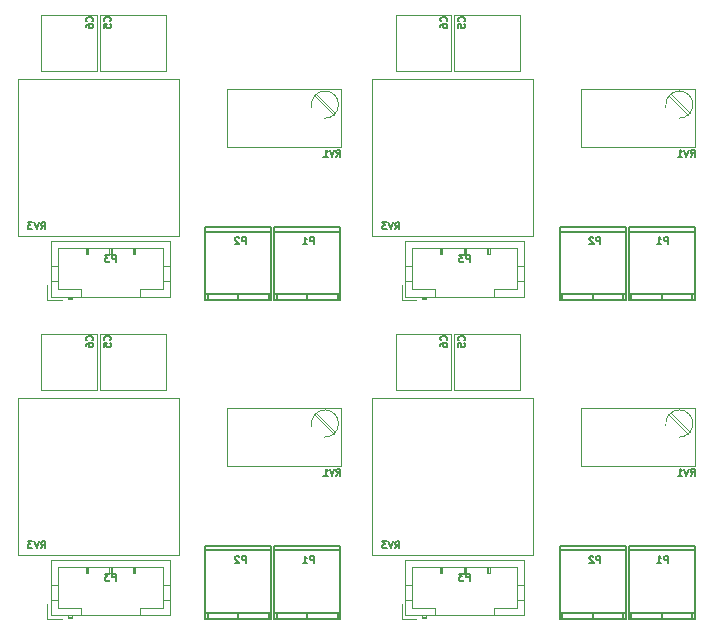
<source format=gbo>
%MOIN*%
%OFA0B0*%
%FSLAX46Y46*%
%IPPOS*%
%LPD*%
%ADD10C,0.0039370078740157488*%
%ADD11C,0.0047244094488188976*%
%ADD12C,0.005905511811023622*%
%ADD23C,0.0039370078740157488*%
%ADD24C,0.0047244094488188976*%
%ADD25C,0.005905511811023622*%
%ADD36C,0.0039370078740157488*%
%ADD37C,0.0047244094488188976*%
%ADD38C,0.005905511811023622*%
%ADD49C,0.0039370078740157488*%
%ADD50C,0.0047244094488188976*%
%ADD51C,0.005905511811023622*%
%LPD*%
G01*
D10*
D11*
X0000541732Y0000757874D02*
X0000005511Y0000757874D01*
X0000541732Y0000233858D02*
X0000005511Y0000233858D01*
X0000541732Y0000757874D02*
X0000541732Y0000233858D01*
X0000005511Y0000757874D02*
X0000005511Y0000233858D01*
X0000116141Y0000031496D02*
X0000116141Y0000216535D01*
X0000116141Y0000216535D02*
X0000513779Y0000216535D01*
X0000513779Y0000216535D02*
X0000513779Y0000031496D01*
X0000513779Y0000031496D02*
X0000116141Y0000031496D01*
X0000216535Y0000031496D02*
X0000216535Y0000055117D01*
X0000216535Y0000055117D02*
X0000139763Y0000055117D01*
X0000139763Y0000055117D02*
X0000139763Y0000192913D01*
X0000139763Y0000192913D02*
X0000490156Y0000192913D01*
X0000490156Y0000192913D02*
X0000490156Y0000055117D01*
X0000490156Y0000055117D02*
X0000413385Y0000055117D01*
X0000413385Y0000055117D02*
X0000413385Y0000031496D01*
X0000116141Y0000082677D02*
X0000139763Y0000082677D01*
X0000116141Y0000133858D02*
X0000139763Y0000133858D01*
X0000513779Y0000082677D02*
X0000490156Y0000082677D01*
X0000513779Y0000133858D02*
X0000490156Y0000133858D01*
X0000185038Y0000031496D02*
X0000185038Y0000023622D01*
X0000185038Y0000023622D02*
X0000173228Y0000023622D01*
X0000173228Y0000023622D02*
X0000173228Y0000031496D01*
X0000185038Y0000027558D02*
X0000173228Y0000027558D01*
X0000232283Y0000192913D02*
X0000232283Y0000173228D01*
X0000232283Y0000173228D02*
X0000240157Y0000173228D01*
X0000240157Y0000173228D02*
X0000240157Y0000192913D01*
X0000236220Y0000192913D02*
X0000236220Y0000173228D01*
X0000311023Y0000192913D02*
X0000311023Y0000173228D01*
X0000311023Y0000173228D02*
X0000318897Y0000173228D01*
X0000318897Y0000173228D02*
X0000318897Y0000192913D01*
X0000314960Y0000192913D02*
X0000314960Y0000173228D01*
X0000389763Y0000192913D02*
X0000389763Y0000173228D01*
X0000389763Y0000173228D02*
X0000397637Y0000173228D01*
X0000397637Y0000173228D02*
X0000397637Y0000192913D01*
X0000393700Y0000192913D02*
X0000393700Y0000173228D01*
X0000153543Y0000019685D02*
X0000104330Y0000019685D01*
X0000104330Y0000019685D02*
X0000104330Y0000068897D01*
D12*
X0000861059Y0000039332D02*
X0001081459Y0000039332D01*
X0001073659Y0000019732D02*
X0001073659Y0000039332D01*
X0000868859Y0000039332D02*
X0000868859Y0000019732D01*
X0000971258Y0000019732D02*
X0000971258Y0000039332D01*
X0001081459Y0000248031D02*
X0000861059Y0000248031D01*
X0001081459Y0000019732D02*
X0000861059Y0000019732D01*
X0000861059Y0000019732D02*
X0000861059Y0000263732D01*
X0000861059Y0000263732D02*
X0001081459Y0000263732D01*
X0001081459Y0000263732D02*
X0001081459Y0000019732D01*
X0000631138Y0000039332D02*
X0000851538Y0000039332D01*
X0000843738Y0000019732D02*
X0000843738Y0000039332D01*
X0000638938Y0000039332D02*
X0000638938Y0000019732D01*
X0000741338Y0000019732D02*
X0000741338Y0000039332D01*
X0000851538Y0000248031D02*
X0000631138Y0000248031D01*
X0000851538Y0000019732D02*
X0000631138Y0000019732D01*
X0000631138Y0000019732D02*
X0000631138Y0000263732D01*
X0000631138Y0000263732D02*
X0000851538Y0000263732D01*
X0000851538Y0000263732D02*
X0000851538Y0000019732D01*
D11*
X0000084251Y0000968897D02*
X0000084251Y0000783070D01*
X0000270078Y0000968897D02*
X0000270078Y0000783070D01*
X0000084251Y0000968897D02*
X0000270078Y0000968897D01*
X0000084251Y0000783070D02*
X0000270078Y0000783070D01*
X0000279133Y0000968897D02*
X0000279133Y0000783070D01*
X0000500393Y0000968897D02*
X0000500393Y0000783070D01*
X0000279133Y0000968897D02*
X0000500393Y0000968897D01*
X0000279133Y0000783070D02*
X0000500393Y0000783070D01*
X0001028137Y0000625815D02*
G75*
G03X0001029724Y0000716732I0000001586J0000045444D01*
G01*
X0001030516Y0000716694D02*
G75*
G03X0000985275Y0000661811I-0000000792J-0000045435D01*
G01*
X0000702165Y0000528740D02*
X0001082086Y0000528740D01*
X0000702165Y0000723661D02*
X0001082086Y0000723661D01*
X0000702165Y0000528740D02*
X0000702165Y0000723661D01*
X0001082086Y0000528740D02*
X0001082086Y0000723661D01*
X0001064212Y0000642362D02*
X0001000787Y0000705748D01*
X0001058700Y0000636810D02*
X0000995236Y0000700196D01*
D12*
X0000082958Y0000255060D02*
X0000090832Y0000266310D01*
X0000096455Y0000255060D02*
X0000096455Y0000278683D01*
X0000087457Y0000278683D01*
X0000085207Y0000277559D01*
X0000084083Y0000276434D01*
X0000082958Y0000274184D01*
X0000082958Y0000270809D01*
X0000084083Y0000268560D01*
X0000085207Y0000267435D01*
X0000087457Y0000266310D01*
X0000096455Y0000266310D01*
X0000076209Y0000278683D02*
X0000068335Y0000255060D01*
X0000060461Y0000278683D01*
X0000054836Y0000278683D02*
X0000040213Y0000278683D01*
X0000048086Y0000269685D01*
X0000044713Y0000269685D01*
X0000042462Y0000268560D01*
X0000041337Y0000267435D01*
X0000040213Y0000265185D01*
X0000040213Y0000259561D01*
X0000041337Y0000257311D01*
X0000042462Y0000256186D01*
X0000044713Y0000255060D01*
X0000051462Y0000255060D01*
X0000053711Y0000256186D01*
X0000054836Y0000257311D01*
X0000332395Y0000146794D02*
X0000332395Y0000170415D01*
X0000323397Y0000170415D01*
X0000321147Y0000169291D01*
X0000320022Y0000168166D01*
X0000318897Y0000165916D01*
X0000318897Y0000162542D01*
X0000320022Y0000160292D01*
X0000321147Y0000159167D01*
X0000323397Y0000158042D01*
X0000332395Y0000158042D01*
X0000311023Y0000170415D02*
X0000296400Y0000170415D01*
X0000304274Y0000161417D01*
X0000300899Y0000161417D01*
X0000298650Y0000160292D01*
X0000297525Y0000159167D01*
X0000296400Y0000156917D01*
X0000296400Y0000151293D01*
X0000297525Y0000149043D01*
X0000298650Y0000147918D01*
X0000300899Y0000146794D01*
X0000307649Y0000146794D01*
X0000309898Y0000147918D01*
X0000311023Y0000149043D01*
X0000991844Y0000205848D02*
X0000991844Y0000229471D01*
X0000982845Y0000229471D01*
X0000980596Y0000228346D01*
X0000979471Y0000227221D01*
X0000978346Y0000224971D01*
X0000978346Y0000221597D01*
X0000979471Y0000219347D01*
X0000980596Y0000218221D01*
X0000982845Y0000217097D01*
X0000991844Y0000217097D01*
X0000955848Y0000205848D02*
X0000969347Y0000205848D01*
X0000962598Y0000205848D02*
X0000962598Y0000229471D01*
X0000964848Y0000226096D01*
X0000967097Y0000223847D01*
X0000969347Y0000222721D01*
X0000765466Y0000205848D02*
X0000765466Y0000229471D01*
X0000756467Y0000229471D01*
X0000754218Y0000228346D01*
X0000753092Y0000227221D01*
X0000751968Y0000224971D01*
X0000751968Y0000221597D01*
X0000753092Y0000219347D01*
X0000754218Y0000218221D01*
X0000756467Y0000217097D01*
X0000765466Y0000217097D01*
X0000742969Y0000227221D02*
X0000741844Y0000228346D01*
X0000739595Y0000229471D01*
X0000733969Y0000229471D01*
X0000731720Y0000228346D01*
X0000730596Y0000227221D01*
X0000729471Y0000224971D01*
X0000729471Y0000222721D01*
X0000730596Y0000219347D01*
X0000744094Y0000205848D01*
X0000729471Y0000205848D01*
X0000254498Y0000948818D02*
X0000255624Y0000949943D01*
X0000256749Y0000953318D01*
X0000256749Y0000955568D01*
X0000255624Y0000958941D01*
X0000253374Y0000961192D01*
X0000251124Y0000962317D01*
X0000246625Y0000963442D01*
X0000243250Y0000963442D01*
X0000238751Y0000962317D01*
X0000236501Y0000961192D01*
X0000234251Y0000958941D01*
X0000233127Y0000955568D01*
X0000233127Y0000953318D01*
X0000234251Y0000949943D01*
X0000235376Y0000948818D01*
X0000233127Y0000928571D02*
X0000233127Y0000933070D01*
X0000234251Y0000935319D01*
X0000235376Y0000936445D01*
X0000238751Y0000938695D01*
X0000243250Y0000939818D01*
X0000252249Y0000939818D01*
X0000254498Y0000938695D01*
X0000255624Y0000937570D01*
X0000256749Y0000935319D01*
X0000256749Y0000930821D01*
X0000255624Y0000928571D01*
X0000254498Y0000927446D01*
X0000252249Y0000926321D01*
X0000246625Y0000926321D01*
X0000244375Y0000927446D01*
X0000243250Y0000928571D01*
X0000242125Y0000930821D01*
X0000242125Y0000935319D01*
X0000243250Y0000937570D01*
X0000244375Y0000938695D01*
X0000246625Y0000939818D01*
X0000313554Y0000948818D02*
X0000314679Y0000949943D01*
X0000315804Y0000953318D01*
X0000315804Y0000955568D01*
X0000314679Y0000958941D01*
X0000312429Y0000961192D01*
X0000310179Y0000962317D01*
X0000305680Y0000963442D01*
X0000302305Y0000963442D01*
X0000297806Y0000962317D01*
X0000295556Y0000961192D01*
X0000293307Y0000958941D01*
X0000292182Y0000955568D01*
X0000292182Y0000953318D01*
X0000293307Y0000949943D01*
X0000294431Y0000948818D01*
X0000292182Y0000927446D02*
X0000292182Y0000938695D01*
X0000303430Y0000939818D01*
X0000302305Y0000938695D01*
X0000301181Y0000936445D01*
X0000301181Y0000930821D01*
X0000302305Y0000928571D01*
X0000303430Y0000927446D01*
X0000305680Y0000926321D01*
X0000311304Y0000926321D01*
X0000313554Y0000927446D01*
X0000314679Y0000928571D01*
X0000315804Y0000930821D01*
X0000315804Y0000936445D01*
X0000314679Y0000938695D01*
X0000313554Y0000939818D01*
X0001067604Y0000497186D02*
X0001075478Y0000508436D01*
X0001081102Y0000497186D02*
X0001081102Y0000520808D01*
X0001072103Y0000520808D01*
X0001069853Y0000519684D01*
X0001068728Y0000518560D01*
X0001067604Y0000516310D01*
X0001067604Y0000512935D01*
X0001068728Y0000510686D01*
X0001069853Y0000509561D01*
X0001072103Y0000508436D01*
X0001081102Y0000508436D01*
X0001060854Y0000520808D02*
X0001052980Y0000497186D01*
X0001045106Y0000520808D01*
X0001024859Y0000497186D02*
X0001038357Y0000497186D01*
X0001031608Y0000497186D02*
X0001031608Y0000520808D01*
X0001033858Y0000517435D01*
X0001036106Y0000515185D01*
X0001038357Y0000514059D01*
G01*
D23*
D24*
X0000541732Y0001820866D02*
X0000005511Y0001820866D01*
X0000541732Y0001296850D02*
X0000005511Y0001296850D01*
X0000541732Y0001820866D02*
X0000541732Y0001296850D01*
X0000005511Y0001820866D02*
X0000005511Y0001296850D01*
X0000116141Y0001094488D02*
X0000116141Y0001279527D01*
X0000116141Y0001279527D02*
X0000513779Y0001279527D01*
X0000513779Y0001279527D02*
X0000513779Y0001094488D01*
X0000513779Y0001094488D02*
X0000116141Y0001094488D01*
X0000216535Y0001094488D02*
X0000216535Y0001118110D01*
X0000216535Y0001118110D02*
X0000139763Y0001118110D01*
X0000139763Y0001118110D02*
X0000139763Y0001255905D01*
X0000139763Y0001255905D02*
X0000490156Y0001255905D01*
X0000490156Y0001255905D02*
X0000490156Y0001118110D01*
X0000490156Y0001118110D02*
X0000413385Y0001118110D01*
X0000413385Y0001118110D02*
X0000413385Y0001094488D01*
X0000116141Y0001145669D02*
X0000139763Y0001145669D01*
X0000116141Y0001196850D02*
X0000139763Y0001196850D01*
X0000513779Y0001145669D02*
X0000490156Y0001145669D01*
X0000513779Y0001196850D02*
X0000490156Y0001196850D01*
X0000185038Y0001094488D02*
X0000185038Y0001086614D01*
X0000185038Y0001086614D02*
X0000173228Y0001086614D01*
X0000173228Y0001086614D02*
X0000173228Y0001094488D01*
X0000185038Y0001090551D02*
X0000173228Y0001090551D01*
X0000232283Y0001255905D02*
X0000232283Y0001236220D01*
X0000232283Y0001236220D02*
X0000240157Y0001236220D01*
X0000240157Y0001236220D02*
X0000240157Y0001255905D01*
X0000236220Y0001255905D02*
X0000236220Y0001236220D01*
X0000311023Y0001255905D02*
X0000311023Y0001236220D01*
X0000311023Y0001236220D02*
X0000318897Y0001236220D01*
X0000318897Y0001236220D02*
X0000318897Y0001255905D01*
X0000314960Y0001255905D02*
X0000314960Y0001236220D01*
X0000389763Y0001255905D02*
X0000389763Y0001236220D01*
X0000389763Y0001236220D02*
X0000397637Y0001236220D01*
X0000397637Y0001236220D02*
X0000397637Y0001255905D01*
X0000393700Y0001255905D02*
X0000393700Y0001236220D01*
X0000153543Y0001082677D02*
X0000104330Y0001082677D01*
X0000104330Y0001082677D02*
X0000104330Y0001131889D01*
D25*
X0000861059Y0001102324D02*
X0001081459Y0001102324D01*
X0001073659Y0001082724D02*
X0001073659Y0001102324D01*
X0000868859Y0001102324D02*
X0000868859Y0001082724D01*
X0000971258Y0001082724D02*
X0000971258Y0001102324D01*
X0001081459Y0001311024D02*
X0000861059Y0001311024D01*
X0001081459Y0001082724D02*
X0000861059Y0001082724D01*
X0000861059Y0001082724D02*
X0000861059Y0001326724D01*
X0000861059Y0001326724D02*
X0001081459Y0001326724D01*
X0001081459Y0001326724D02*
X0001081459Y0001082724D01*
X0000631138Y0001102324D02*
X0000851538Y0001102324D01*
X0000843738Y0001082724D02*
X0000843738Y0001102324D01*
X0000638938Y0001102324D02*
X0000638938Y0001082724D01*
X0000741338Y0001082724D02*
X0000741338Y0001102324D01*
X0000851538Y0001311024D02*
X0000631138Y0001311024D01*
X0000851538Y0001082724D02*
X0000631138Y0001082724D01*
X0000631138Y0001082724D02*
X0000631138Y0001326724D01*
X0000631138Y0001326724D02*
X0000851538Y0001326724D01*
X0000851538Y0001326724D02*
X0000851538Y0001082724D01*
D24*
X0000084251Y0002031889D02*
X0000084251Y0001846062D01*
X0000270078Y0002031889D02*
X0000270078Y0001846062D01*
X0000084251Y0002031889D02*
X0000270078Y0002031889D01*
X0000084251Y0001846062D02*
X0000270078Y0001846062D01*
X0000279133Y0002031889D02*
X0000279133Y0001846062D01*
X0000500393Y0002031889D02*
X0000500393Y0001846062D01*
X0000279133Y0002031889D02*
X0000500393Y0002031889D01*
X0000279133Y0001846062D02*
X0000500393Y0001846062D01*
X0001028137Y0001688807D02*
G75*
G03X0001029724Y0001779724I0000001586J0000045444D01*
G01*
X0001030516Y0001779687D02*
G75*
G03X0000985275Y0001724803I-0000000792J-0000045435D01*
G01*
X0000702165Y0001591732D02*
X0001082086Y0001591732D01*
X0000702165Y0001786652D02*
X0001082086Y0001786652D01*
X0000702165Y0001591732D02*
X0000702165Y0001786652D01*
X0001082086Y0001591732D02*
X0001082086Y0001786652D01*
X0001064212Y0001705354D02*
X0001000787Y0001768740D01*
X0001058700Y0001699803D02*
X0000995236Y0001763188D01*
D25*
X0000082958Y0001318053D02*
X0000090832Y0001329302D01*
X0000096455Y0001318053D02*
X0000096455Y0001341676D01*
X0000087457Y0001341676D01*
X0000085207Y0001340551D01*
X0000084083Y0001339426D01*
X0000082958Y0001337176D01*
X0000082958Y0001333801D01*
X0000084083Y0001331552D01*
X0000085207Y0001330427D01*
X0000087457Y0001329302D01*
X0000096455Y0001329302D01*
X0000076209Y0001341676D02*
X0000068335Y0001318053D01*
X0000060461Y0001341676D01*
X0000054836Y0001341676D02*
X0000040213Y0001341676D01*
X0000048086Y0001332677D01*
X0000044713Y0001332677D01*
X0000042462Y0001331552D01*
X0000041337Y0001330427D01*
X0000040213Y0001328177D01*
X0000040213Y0001322553D01*
X0000041337Y0001320303D01*
X0000042462Y0001319178D01*
X0000044713Y0001318053D01*
X0000051462Y0001318053D01*
X0000053711Y0001319178D01*
X0000054836Y0001320303D01*
X0000332395Y0001209786D02*
X0000332395Y0001233408D01*
X0000323397Y0001233408D01*
X0000321147Y0001232283D01*
X0000320022Y0001231158D01*
X0000318897Y0001228908D01*
X0000318897Y0001225534D01*
X0000320022Y0001223284D01*
X0000321147Y0001222159D01*
X0000323397Y0001221034D01*
X0000332395Y0001221034D01*
X0000311023Y0001233408D02*
X0000296400Y0001233408D01*
X0000304274Y0001224409D01*
X0000300899Y0001224409D01*
X0000298650Y0001223284D01*
X0000297525Y0001222159D01*
X0000296400Y0001219910D01*
X0000296400Y0001214285D01*
X0000297525Y0001212035D01*
X0000298650Y0001210911D01*
X0000300899Y0001209786D01*
X0000307649Y0001209786D01*
X0000309898Y0001210911D01*
X0000311023Y0001212035D01*
X0000991844Y0001268841D02*
X0000991844Y0001292463D01*
X0000982845Y0001292463D01*
X0000980596Y0001291338D01*
X0000979471Y0001290213D01*
X0000978346Y0001287964D01*
X0000978346Y0001284589D01*
X0000979471Y0001282339D01*
X0000980596Y0001281214D01*
X0000982845Y0001280090D01*
X0000991844Y0001280090D01*
X0000955848Y0001268841D02*
X0000969347Y0001268841D01*
X0000962598Y0001268841D02*
X0000962598Y0001292463D01*
X0000964848Y0001289088D01*
X0000967097Y0001286839D01*
X0000969347Y0001285714D01*
X0000765466Y0001268841D02*
X0000765466Y0001292463D01*
X0000756467Y0001292463D01*
X0000754218Y0001291338D01*
X0000753092Y0001290213D01*
X0000751968Y0001287964D01*
X0000751968Y0001284589D01*
X0000753092Y0001282339D01*
X0000754218Y0001281214D01*
X0000756467Y0001280090D01*
X0000765466Y0001280090D01*
X0000742969Y0001290213D02*
X0000741844Y0001291338D01*
X0000739595Y0001292463D01*
X0000733969Y0001292463D01*
X0000731720Y0001291338D01*
X0000730596Y0001290213D01*
X0000729471Y0001287964D01*
X0000729471Y0001285714D01*
X0000730596Y0001282339D01*
X0000744094Y0001268841D01*
X0000729471Y0001268841D01*
X0000254498Y0002011810D02*
X0000255624Y0002012935D01*
X0000256749Y0002016309D01*
X0000256749Y0002018560D01*
X0000255624Y0002021934D01*
X0000253374Y0002024184D01*
X0000251124Y0002025309D01*
X0000246625Y0002026434D01*
X0000243250Y0002026434D01*
X0000238751Y0002025309D01*
X0000236501Y0002024184D01*
X0000234251Y0002021934D01*
X0000233127Y0002018560D01*
X0000233127Y0002016309D01*
X0000234251Y0002012935D01*
X0000235376Y0002011810D01*
X0000233127Y0001991563D02*
X0000233127Y0001996062D01*
X0000234251Y0001998312D01*
X0000235376Y0001999437D01*
X0000238751Y0002001687D01*
X0000243250Y0002002812D01*
X0000252249Y0002002812D01*
X0000254498Y0002001687D01*
X0000255624Y0002000562D01*
X0000256749Y0001998312D01*
X0000256749Y0001993813D01*
X0000255624Y0001991563D01*
X0000254498Y0001990438D01*
X0000252249Y0001989313D01*
X0000246625Y0001989313D01*
X0000244375Y0001990438D01*
X0000243250Y0001991563D01*
X0000242125Y0001993813D01*
X0000242125Y0001998312D01*
X0000243250Y0002000562D01*
X0000244375Y0002001687D01*
X0000246625Y0002002812D01*
X0000313554Y0002011810D02*
X0000314679Y0002012935D01*
X0000315804Y0002016309D01*
X0000315804Y0002018560D01*
X0000314679Y0002021934D01*
X0000312429Y0002024184D01*
X0000310179Y0002025309D01*
X0000305680Y0002026434D01*
X0000302305Y0002026434D01*
X0000297806Y0002025309D01*
X0000295556Y0002024184D01*
X0000293307Y0002021934D01*
X0000292182Y0002018560D01*
X0000292182Y0002016309D01*
X0000293307Y0002012935D01*
X0000294431Y0002011810D01*
X0000292182Y0001990438D02*
X0000292182Y0002001687D01*
X0000303430Y0002002812D01*
X0000302305Y0002001687D01*
X0000301181Y0001999437D01*
X0000301181Y0001993813D01*
X0000302305Y0001991563D01*
X0000303430Y0001990438D01*
X0000305680Y0001989313D01*
X0000311304Y0001989313D01*
X0000313554Y0001990438D01*
X0000314679Y0001991563D01*
X0000315804Y0001993813D01*
X0000315804Y0001999437D01*
X0000314679Y0002001687D01*
X0000313554Y0002002812D01*
X0001067604Y0001560179D02*
X0001075478Y0001571428D01*
X0001081102Y0001560179D02*
X0001081102Y0001583801D01*
X0001072103Y0001583801D01*
X0001069853Y0001582677D01*
X0001068728Y0001581552D01*
X0001067604Y0001579302D01*
X0001067604Y0001575926D01*
X0001068728Y0001573678D01*
X0001069853Y0001572553D01*
X0001072103Y0001571428D01*
X0001081102Y0001571428D01*
X0001060854Y0001583801D02*
X0001052980Y0001560179D01*
X0001045106Y0001583801D01*
X0001024859Y0001560179D02*
X0001038357Y0001560179D01*
X0001031608Y0001560179D02*
X0001031608Y0001583801D01*
X0001033858Y0001580427D01*
X0001036106Y0001578177D01*
X0001038357Y0001577052D01*
G04 next file*
%LPD*%
G01*
D36*
D37*
X0001722834Y0000757874D02*
X0001186614Y0000757874D01*
X0001722834Y0000233858D02*
X0001186614Y0000233858D01*
X0001722834Y0000757874D02*
X0001722834Y0000233858D01*
X0001186614Y0000757874D02*
X0001186614Y0000233858D01*
X0001297244Y0000031496D02*
X0001297244Y0000216535D01*
X0001297244Y0000216535D02*
X0001694881Y0000216535D01*
X0001694881Y0000216535D02*
X0001694881Y0000031496D01*
X0001694881Y0000031496D02*
X0001297244Y0000031496D01*
X0001397637Y0000031496D02*
X0001397637Y0000055117D01*
X0001397637Y0000055117D02*
X0001320865Y0000055117D01*
X0001320865Y0000055117D02*
X0001320865Y0000192913D01*
X0001320865Y0000192913D02*
X0001671259Y0000192913D01*
X0001671259Y0000192913D02*
X0001671259Y0000055117D01*
X0001671259Y0000055117D02*
X0001594488Y0000055117D01*
X0001594488Y0000055117D02*
X0001594488Y0000031496D01*
X0001297244Y0000082677D02*
X0001320865Y0000082677D01*
X0001297244Y0000133858D02*
X0001320865Y0000133858D01*
X0001694881Y0000082677D02*
X0001671259Y0000082677D01*
X0001694881Y0000133858D02*
X0001671259Y0000133858D01*
X0001366141Y0000031496D02*
X0001366141Y0000023622D01*
X0001366141Y0000023622D02*
X0001354330Y0000023622D01*
X0001354330Y0000023622D02*
X0001354330Y0000031496D01*
X0001366141Y0000027558D02*
X0001354330Y0000027558D01*
X0001413385Y0000192913D02*
X0001413385Y0000173228D01*
X0001413385Y0000173228D02*
X0001421259Y0000173228D01*
X0001421259Y0000173228D02*
X0001421259Y0000192913D01*
X0001417321Y0000192913D02*
X0001417321Y0000173228D01*
X0001492125Y0000192913D02*
X0001492125Y0000173228D01*
X0001492125Y0000173228D02*
X0001499999Y0000173228D01*
X0001499999Y0000173228D02*
X0001499999Y0000192913D01*
X0001496062Y0000192913D02*
X0001496062Y0000173228D01*
X0001570866Y0000192913D02*
X0001570866Y0000173228D01*
X0001570866Y0000173228D02*
X0001578740Y0000173228D01*
X0001578740Y0000173228D02*
X0001578740Y0000192913D01*
X0001574803Y0000192913D02*
X0001574803Y0000173228D01*
X0001334645Y0000019685D02*
X0001285433Y0000019685D01*
X0001285433Y0000019685D02*
X0001285433Y0000068897D01*
D38*
X0002042161Y0000039332D02*
X0002262562Y0000039332D01*
X0002254762Y0000019732D02*
X0002254762Y0000039332D01*
X0002049961Y0000039332D02*
X0002049961Y0000019732D01*
X0002152362Y0000019732D02*
X0002152362Y0000039332D01*
X0002262562Y0000248031D02*
X0002042161Y0000248031D01*
X0002262562Y0000019732D02*
X0002042161Y0000019732D01*
X0002042161Y0000019732D02*
X0002042161Y0000263732D01*
X0002042161Y0000263732D02*
X0002262562Y0000263732D01*
X0002262562Y0000263732D02*
X0002262562Y0000019732D01*
X0001812240Y0000039332D02*
X0002032639Y0000039332D01*
X0002024840Y0000019732D02*
X0002024840Y0000039332D01*
X0001820040Y0000039332D02*
X0001820040Y0000019732D01*
X0001922440Y0000019732D02*
X0001922440Y0000039332D01*
X0002032639Y0000248031D02*
X0001812240Y0000248031D01*
X0002032639Y0000019732D02*
X0001812240Y0000019732D01*
X0001812240Y0000019732D02*
X0001812240Y0000263732D01*
X0001812240Y0000263732D02*
X0002032639Y0000263732D01*
X0002032639Y0000263732D02*
X0002032639Y0000019732D01*
D37*
X0001265354Y0000968897D02*
X0001265354Y0000783070D01*
X0001451181Y0000968897D02*
X0001451181Y0000783070D01*
X0001265354Y0000968897D02*
X0001451181Y0000968897D01*
X0001265354Y0000783070D02*
X0001451181Y0000783070D01*
X0001460236Y0000968897D02*
X0001460236Y0000783070D01*
X0001681496Y0000968897D02*
X0001681496Y0000783070D01*
X0001460236Y0000968897D02*
X0001681496Y0000968897D01*
X0001460236Y0000783070D02*
X0001681496Y0000783070D01*
X0002209239Y0000625815D02*
G75*
G03X0002210826Y0000716732I0000001586J0000045444D01*
G01*
X0002211618Y0000716694D02*
G75*
G03X0002166377Y0000661811I-0000000792J-0000045435D01*
G01*
X0001883267Y0000528740D02*
X0002263188Y0000528740D01*
X0001883267Y0000723661D02*
X0002263188Y0000723661D01*
X0001883267Y0000528740D02*
X0001883267Y0000723661D01*
X0002263188Y0000528740D02*
X0002263188Y0000723661D01*
X0002245314Y0000642362D02*
X0002181889Y0000705748D01*
X0002239803Y0000636810D02*
X0002176338Y0000700196D01*
D38*
X0001264060Y0000255060D02*
X0001271934Y0000266310D01*
X0001277559Y0000255060D02*
X0001277559Y0000278683D01*
X0001268560Y0000278683D01*
X0001266310Y0000277559D01*
X0001265184Y0000276434D01*
X0001264060Y0000274184D01*
X0001264060Y0000270809D01*
X0001265184Y0000268560D01*
X0001266310Y0000267435D01*
X0001268560Y0000266310D01*
X0001277559Y0000266310D01*
X0001257311Y0000278683D02*
X0001249437Y0000255060D01*
X0001241563Y0000278683D01*
X0001235939Y0000278683D02*
X0001221316Y0000278683D01*
X0001229190Y0000269685D01*
X0001225815Y0000269685D01*
X0001223565Y0000268560D01*
X0001222440Y0000267435D01*
X0001221316Y0000265185D01*
X0001221316Y0000259561D01*
X0001222440Y0000257311D01*
X0001223565Y0000256186D01*
X0001225815Y0000255060D01*
X0001232564Y0000255060D01*
X0001234814Y0000256186D01*
X0001235939Y0000257311D01*
X0001513498Y0000146794D02*
X0001513498Y0000170415D01*
X0001504499Y0000170415D01*
X0001502249Y0000169291D01*
X0001501123Y0000168166D01*
X0001499999Y0000165916D01*
X0001499999Y0000162542D01*
X0001501123Y0000160292D01*
X0001502249Y0000159167D01*
X0001504499Y0000158042D01*
X0001513498Y0000158042D01*
X0001492125Y0000170415D02*
X0001477502Y0000170415D01*
X0001485376Y0000161417D01*
X0001482002Y0000161417D01*
X0001479752Y0000160292D01*
X0001478627Y0000159167D01*
X0001477502Y0000156917D01*
X0001477502Y0000151293D01*
X0001478627Y0000149043D01*
X0001479752Y0000147918D01*
X0001482002Y0000146794D01*
X0001488751Y0000146794D01*
X0001491001Y0000147918D01*
X0001492125Y0000149043D01*
X0002172947Y0000205848D02*
X0002172947Y0000229471D01*
X0002163948Y0000229471D01*
X0002161698Y0000228346D01*
X0002160573Y0000227221D01*
X0002159448Y0000224971D01*
X0002159448Y0000221597D01*
X0002160573Y0000219347D01*
X0002161698Y0000218221D01*
X0002163948Y0000217097D01*
X0002172947Y0000217097D01*
X0002136951Y0000205848D02*
X0002150449Y0000205848D01*
X0002143700Y0000205848D02*
X0002143700Y0000229471D01*
X0002145950Y0000226096D01*
X0002148200Y0000223847D01*
X0002150449Y0000222721D01*
X0001946569Y0000205848D02*
X0001946569Y0000229471D01*
X0001937570Y0000229471D01*
X0001935320Y0000228346D01*
X0001934195Y0000227221D01*
X0001933070Y0000224971D01*
X0001933070Y0000221597D01*
X0001934195Y0000219347D01*
X0001935320Y0000218221D01*
X0001937570Y0000217097D01*
X0001946569Y0000217097D01*
X0001924071Y0000227221D02*
X0001922946Y0000228346D01*
X0001920697Y0000229471D01*
X0001915072Y0000229471D01*
X0001912823Y0000228346D01*
X0001911697Y0000227221D01*
X0001910573Y0000224971D01*
X0001910573Y0000222721D01*
X0001911697Y0000219347D01*
X0001925196Y0000205848D01*
X0001910573Y0000205848D01*
X0001435601Y0000948818D02*
X0001436726Y0000949943D01*
X0001437851Y0000953318D01*
X0001437851Y0000955568D01*
X0001436726Y0000958941D01*
X0001434476Y0000961192D01*
X0001432227Y0000962317D01*
X0001427727Y0000963442D01*
X0001424353Y0000963442D01*
X0001419853Y0000962317D01*
X0001417603Y0000961192D01*
X0001415354Y0000958941D01*
X0001414228Y0000955568D01*
X0001414228Y0000953318D01*
X0001415354Y0000949943D01*
X0001416479Y0000948818D01*
X0001414228Y0000928571D02*
X0001414228Y0000933070D01*
X0001415354Y0000935319D01*
X0001416479Y0000936445D01*
X0001419853Y0000938695D01*
X0001424353Y0000939818D01*
X0001433351Y0000939818D01*
X0001435601Y0000938695D01*
X0001436726Y0000937570D01*
X0001437851Y0000935319D01*
X0001437851Y0000930821D01*
X0001436726Y0000928571D01*
X0001435601Y0000927446D01*
X0001433351Y0000926321D01*
X0001427727Y0000926321D01*
X0001425477Y0000927446D01*
X0001424353Y0000928571D01*
X0001423228Y0000930821D01*
X0001423228Y0000935319D01*
X0001424353Y0000937570D01*
X0001425477Y0000938695D01*
X0001427727Y0000939818D01*
X0001494656Y0000948818D02*
X0001495781Y0000949943D01*
X0001496906Y0000953318D01*
X0001496906Y0000955568D01*
X0001495781Y0000958941D01*
X0001493532Y0000961192D01*
X0001491282Y0000962317D01*
X0001486782Y0000963442D01*
X0001483408Y0000963442D01*
X0001478907Y0000962317D01*
X0001476659Y0000961192D01*
X0001474409Y0000958941D01*
X0001473284Y0000955568D01*
X0001473284Y0000953318D01*
X0001474409Y0000949943D01*
X0001475534Y0000948818D01*
X0001473284Y0000927446D02*
X0001473284Y0000938695D01*
X0001484533Y0000939818D01*
X0001483408Y0000938695D01*
X0001482283Y0000936445D01*
X0001482283Y0000930821D01*
X0001483408Y0000928571D01*
X0001484533Y0000927446D01*
X0001486782Y0000926321D01*
X0001492407Y0000926321D01*
X0001494656Y0000927446D01*
X0001495781Y0000928571D01*
X0001496906Y0000930821D01*
X0001496906Y0000936445D01*
X0001495781Y0000938695D01*
X0001494656Y0000939818D01*
X0002248706Y0000497186D02*
X0002256580Y0000508436D01*
X0002262204Y0000497186D02*
X0002262204Y0000520808D01*
X0002253205Y0000520808D01*
X0002250956Y0000519684D01*
X0002249831Y0000518560D01*
X0002248706Y0000516310D01*
X0002248706Y0000512935D01*
X0002249831Y0000510686D01*
X0002250956Y0000509561D01*
X0002253205Y0000508436D01*
X0002262204Y0000508436D01*
X0002241957Y0000520808D02*
X0002234083Y0000497186D01*
X0002226209Y0000520808D01*
X0002205961Y0000497186D02*
X0002219460Y0000497186D01*
X0002212710Y0000497186D02*
X0002212710Y0000520808D01*
X0002214960Y0000517435D01*
X0002217210Y0000515185D01*
X0002219460Y0000514059D01*
G04 next file*
G04 #@! TF.FileFunction,Legend,Bot*
G04 Gerber Fmt 4.6, Leading zero omitted, Abs format (unit mm)*
G04 Created by KiCad (PCBNEW 4.0.4-1.fc24-product) date Mon Apr 30 14:12:17 2018*
G01*
G04 APERTURE LIST*
G04 APERTURE END LIST*
D49*
D50*
X0001722834Y0001820866D02*
X0001186614Y0001820866D01*
X0001722834Y0001296850D02*
X0001186614Y0001296850D01*
X0001722834Y0001820866D02*
X0001722834Y0001296850D01*
X0001186614Y0001820866D02*
X0001186614Y0001296850D01*
X0001297244Y0001094488D02*
X0001297244Y0001279527D01*
X0001297244Y0001279527D02*
X0001694881Y0001279527D01*
X0001694881Y0001279527D02*
X0001694881Y0001094488D01*
X0001694881Y0001094488D02*
X0001297244Y0001094488D01*
X0001397637Y0001094488D02*
X0001397637Y0001118110D01*
X0001397637Y0001118110D02*
X0001320865Y0001118110D01*
X0001320865Y0001118110D02*
X0001320865Y0001255905D01*
X0001320865Y0001255905D02*
X0001671259Y0001255905D01*
X0001671259Y0001255905D02*
X0001671259Y0001118110D01*
X0001671259Y0001118110D02*
X0001594488Y0001118110D01*
X0001594488Y0001118110D02*
X0001594488Y0001094488D01*
X0001297244Y0001145669D02*
X0001320865Y0001145669D01*
X0001297244Y0001196850D02*
X0001320865Y0001196850D01*
X0001694881Y0001145669D02*
X0001671259Y0001145669D01*
X0001694881Y0001196850D02*
X0001671259Y0001196850D01*
X0001366141Y0001094488D02*
X0001366141Y0001086614D01*
X0001366141Y0001086614D02*
X0001354330Y0001086614D01*
X0001354330Y0001086614D02*
X0001354330Y0001094488D01*
X0001366141Y0001090551D02*
X0001354330Y0001090551D01*
X0001413385Y0001255905D02*
X0001413385Y0001236220D01*
X0001413385Y0001236220D02*
X0001421259Y0001236220D01*
X0001421259Y0001236220D02*
X0001421259Y0001255905D01*
X0001417321Y0001255905D02*
X0001417321Y0001236220D01*
X0001492125Y0001255905D02*
X0001492125Y0001236220D01*
X0001492125Y0001236220D02*
X0001499999Y0001236220D01*
X0001499999Y0001236220D02*
X0001499999Y0001255905D01*
X0001496062Y0001255905D02*
X0001496062Y0001236220D01*
X0001570866Y0001255905D02*
X0001570866Y0001236220D01*
X0001570866Y0001236220D02*
X0001578740Y0001236220D01*
X0001578740Y0001236220D02*
X0001578740Y0001255905D01*
X0001574803Y0001255905D02*
X0001574803Y0001236220D01*
X0001334645Y0001082677D02*
X0001285433Y0001082677D01*
X0001285433Y0001082677D02*
X0001285433Y0001131889D01*
D51*
X0002042161Y0001102324D02*
X0002262562Y0001102324D01*
X0002254762Y0001082724D02*
X0002254762Y0001102324D01*
X0002049961Y0001102324D02*
X0002049961Y0001082724D01*
X0002152362Y0001082724D02*
X0002152362Y0001102324D01*
X0002262562Y0001311024D02*
X0002042161Y0001311024D01*
X0002262562Y0001082724D02*
X0002042161Y0001082724D01*
X0002042161Y0001082724D02*
X0002042161Y0001326724D01*
X0002042161Y0001326724D02*
X0002262562Y0001326724D01*
X0002262562Y0001326724D02*
X0002262562Y0001082724D01*
X0001812240Y0001102324D02*
X0002032639Y0001102324D01*
X0002024840Y0001082724D02*
X0002024840Y0001102324D01*
X0001820040Y0001102324D02*
X0001820040Y0001082724D01*
X0001922440Y0001082724D02*
X0001922440Y0001102324D01*
X0002032639Y0001311024D02*
X0001812240Y0001311024D01*
X0002032639Y0001082724D02*
X0001812240Y0001082724D01*
X0001812240Y0001082724D02*
X0001812240Y0001326724D01*
X0001812240Y0001326724D02*
X0002032639Y0001326724D01*
X0002032639Y0001326724D02*
X0002032639Y0001082724D01*
D50*
X0001265354Y0002031889D02*
X0001265354Y0001846062D01*
X0001451181Y0002031889D02*
X0001451181Y0001846062D01*
X0001265354Y0002031889D02*
X0001451181Y0002031889D01*
X0001265354Y0001846062D02*
X0001451181Y0001846062D01*
X0001460236Y0002031889D02*
X0001460236Y0001846062D01*
X0001681496Y0002031889D02*
X0001681496Y0001846062D01*
X0001460236Y0002031889D02*
X0001681496Y0002031889D01*
X0001460236Y0001846062D02*
X0001681496Y0001846062D01*
X0002209239Y0001688807D02*
G75*
G03X0002210826Y0001779724I0000001586J0000045444D01*
G01*
X0002211618Y0001779687D02*
G75*
G03X0002166377Y0001724803I-0000000792J-0000045435D01*
G01*
X0001883267Y0001591732D02*
X0002263188Y0001591732D01*
X0001883267Y0001786652D02*
X0002263188Y0001786652D01*
X0001883267Y0001591732D02*
X0001883267Y0001786652D01*
X0002263188Y0001591732D02*
X0002263188Y0001786652D01*
X0002245314Y0001705354D02*
X0002181889Y0001768740D01*
X0002239803Y0001699803D02*
X0002176338Y0001763188D01*
D51*
X0001264060Y0001318053D02*
X0001271934Y0001329302D01*
X0001277559Y0001318053D02*
X0001277559Y0001341676D01*
X0001268560Y0001341676D01*
X0001266310Y0001340551D01*
X0001265184Y0001339426D01*
X0001264060Y0001337176D01*
X0001264060Y0001333801D01*
X0001265184Y0001331552D01*
X0001266310Y0001330427D01*
X0001268560Y0001329302D01*
X0001277559Y0001329302D01*
X0001257311Y0001341676D02*
X0001249437Y0001318053D01*
X0001241563Y0001341676D01*
X0001235939Y0001341676D02*
X0001221316Y0001341676D01*
X0001229190Y0001332677D01*
X0001225815Y0001332677D01*
X0001223565Y0001331552D01*
X0001222440Y0001330427D01*
X0001221316Y0001328177D01*
X0001221316Y0001322553D01*
X0001222440Y0001320303D01*
X0001223565Y0001319178D01*
X0001225815Y0001318053D01*
X0001232564Y0001318053D01*
X0001234814Y0001319178D01*
X0001235939Y0001320303D01*
X0001513498Y0001209786D02*
X0001513498Y0001233408D01*
X0001504499Y0001233408D01*
X0001502249Y0001232283D01*
X0001501123Y0001231158D01*
X0001499999Y0001228908D01*
X0001499999Y0001225534D01*
X0001501123Y0001223284D01*
X0001502249Y0001222159D01*
X0001504499Y0001221034D01*
X0001513498Y0001221034D01*
X0001492125Y0001233408D02*
X0001477502Y0001233408D01*
X0001485376Y0001224409D01*
X0001482002Y0001224409D01*
X0001479752Y0001223284D01*
X0001478627Y0001222159D01*
X0001477502Y0001219910D01*
X0001477502Y0001214285D01*
X0001478627Y0001212035D01*
X0001479752Y0001210911D01*
X0001482002Y0001209786D01*
X0001488751Y0001209786D01*
X0001491001Y0001210911D01*
X0001492125Y0001212035D01*
X0002172947Y0001268841D02*
X0002172947Y0001292463D01*
X0002163948Y0001292463D01*
X0002161698Y0001291338D01*
X0002160573Y0001290213D01*
X0002159448Y0001287964D01*
X0002159448Y0001284589D01*
X0002160573Y0001282339D01*
X0002161698Y0001281214D01*
X0002163948Y0001280090D01*
X0002172947Y0001280090D01*
X0002136951Y0001268841D02*
X0002150449Y0001268841D01*
X0002143700Y0001268841D02*
X0002143700Y0001292463D01*
X0002145950Y0001289088D01*
X0002148200Y0001286839D01*
X0002150449Y0001285714D01*
X0001946569Y0001268841D02*
X0001946569Y0001292463D01*
X0001937570Y0001292463D01*
X0001935320Y0001291338D01*
X0001934195Y0001290213D01*
X0001933070Y0001287964D01*
X0001933070Y0001284589D01*
X0001934195Y0001282339D01*
X0001935320Y0001281214D01*
X0001937570Y0001280090D01*
X0001946569Y0001280090D01*
X0001924071Y0001290213D02*
X0001922946Y0001291338D01*
X0001920697Y0001292463D01*
X0001915072Y0001292463D01*
X0001912823Y0001291338D01*
X0001911697Y0001290213D01*
X0001910573Y0001287964D01*
X0001910573Y0001285714D01*
X0001911697Y0001282339D01*
X0001925196Y0001268841D01*
X0001910573Y0001268841D01*
X0001435601Y0002011810D02*
X0001436726Y0002012935D01*
X0001437851Y0002016309D01*
X0001437851Y0002018560D01*
X0001436726Y0002021934D01*
X0001434476Y0002024184D01*
X0001432227Y0002025309D01*
X0001427727Y0002026434D01*
X0001424353Y0002026434D01*
X0001419853Y0002025309D01*
X0001417603Y0002024184D01*
X0001415354Y0002021934D01*
X0001414228Y0002018560D01*
X0001414228Y0002016309D01*
X0001415354Y0002012935D01*
X0001416479Y0002011810D01*
X0001414228Y0001991563D02*
X0001414228Y0001996062D01*
X0001415354Y0001998312D01*
X0001416479Y0001999437D01*
X0001419853Y0002001687D01*
X0001424353Y0002002812D01*
X0001433351Y0002002812D01*
X0001435601Y0002001687D01*
X0001436726Y0002000562D01*
X0001437851Y0001998312D01*
X0001437851Y0001993813D01*
X0001436726Y0001991563D01*
X0001435601Y0001990438D01*
X0001433351Y0001989313D01*
X0001427727Y0001989313D01*
X0001425477Y0001990438D01*
X0001424353Y0001991563D01*
X0001423228Y0001993813D01*
X0001423228Y0001998312D01*
X0001424353Y0002000562D01*
X0001425477Y0002001687D01*
X0001427727Y0002002812D01*
X0001494656Y0002011810D02*
X0001495781Y0002012935D01*
X0001496906Y0002016309D01*
X0001496906Y0002018560D01*
X0001495781Y0002021934D01*
X0001493532Y0002024184D01*
X0001491282Y0002025309D01*
X0001486782Y0002026434D01*
X0001483408Y0002026434D01*
X0001478907Y0002025309D01*
X0001476659Y0002024184D01*
X0001474409Y0002021934D01*
X0001473284Y0002018560D01*
X0001473284Y0002016309D01*
X0001474409Y0002012935D01*
X0001475534Y0002011810D01*
X0001473284Y0001990438D02*
X0001473284Y0002001687D01*
X0001484533Y0002002812D01*
X0001483408Y0002001687D01*
X0001482283Y0001999437D01*
X0001482283Y0001993813D01*
X0001483408Y0001991563D01*
X0001484533Y0001990438D01*
X0001486782Y0001989313D01*
X0001492407Y0001989313D01*
X0001494656Y0001990438D01*
X0001495781Y0001991563D01*
X0001496906Y0001993813D01*
X0001496906Y0001999437D01*
X0001495781Y0002001687D01*
X0001494656Y0002002812D01*
X0002248706Y0001560179D02*
X0002256580Y0001571428D01*
X0002262204Y0001560179D02*
X0002262204Y0001583801D01*
X0002253205Y0001583801D01*
X0002250956Y0001582677D01*
X0002249831Y0001581552D01*
X0002248706Y0001579302D01*
X0002248706Y0001575926D01*
X0002249831Y0001573678D01*
X0002250956Y0001572553D01*
X0002253205Y0001571428D01*
X0002262204Y0001571428D01*
X0002241957Y0001583801D02*
X0002234083Y0001560179D01*
X0002226209Y0001583801D01*
X0002205961Y0001560179D02*
X0002219460Y0001560179D01*
X0002212710Y0001560179D02*
X0002212710Y0001583801D01*
X0002214960Y0001580427D01*
X0002217210Y0001578177D01*
X0002219460Y0001577052D01*
M02*
</source>
